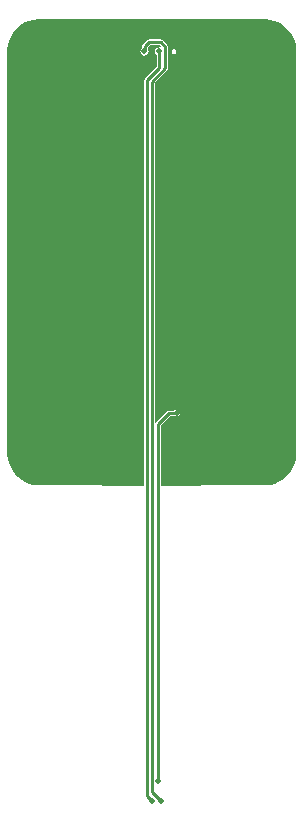
<source format=gbr>
%TF.GenerationSoftware,Altium Limited,Altium Designer,23.3.1 (30)*%
G04 Layer_Physical_Order=3*
G04 Layer_Color=16440176*
%FSLAX26Y26*%
%MOIN*%
%TF.SameCoordinates,8EB50123-24BD-4293-BAC2-458A60E0733E*%
%TF.FilePolarity,Positive*%
%TF.FileFunction,Copper,L3,Inr,Signal*%
%TF.Part,Single*%
G01*
G75*
%TA.AperFunction,Conductor*%
%ADD15C,0.009842*%
%TA.AperFunction,ViaPad*%
%ADD17C,0.196850*%
%ADD18C,0.019685*%
G36*
X77105Y1345669D02*
X76684Y1346043D01*
X76192Y1346378D01*
X75629Y1346673D01*
X74995Y1346929D01*
X74290Y1347146D01*
X73515Y1347323D01*
X72668Y1347461D01*
X71751Y1347559D01*
X69705Y1347638D01*
Y1357480D01*
X70763Y1357500D01*
X72668Y1357658D01*
X73515Y1357795D01*
X74290Y1357973D01*
X74995Y1358189D01*
X75629Y1358445D01*
X76192Y1358740D01*
X76684Y1359075D01*
X77105Y1359449D01*
Y1345669D01*
D02*
G37*
G36*
X395146Y2665281D02*
X408830Y2661614D01*
X421919Y2656193D01*
X434188Y2649109D01*
X445428Y2640485D01*
X455445Y2630467D01*
X464070Y2619227D01*
X471153Y2606959D01*
X476575Y2593869D01*
X480242Y2580185D01*
X482091Y2566139D01*
Y2559055D01*
Y1220472D01*
Y1213389D01*
X480242Y1199342D01*
X476575Y1185658D01*
X471154Y1172569D01*
X464070Y1160300D01*
X455445Y1149060D01*
X445428Y1139043D01*
X434188Y1130418D01*
X421919Y1123335D01*
X408830Y1117913D01*
X395146Y1114246D01*
X381099Y1112397D01*
X173228D01*
X173065Y1112364D01*
X172900Y1112392D01*
X165175Y1112139D01*
X164690Y1112026D01*
X164194Y1112058D01*
X148876Y1110042D01*
X148250Y1109829D01*
X147589Y1109786D01*
X145633Y1109261D01*
X29465D01*
Y1311692D01*
X61300Y1343527D01*
X69220D01*
X69541Y1343380D01*
X71441Y1343307D01*
X72099Y1343236D01*
X72697Y1343139D01*
X73189Y1343026D01*
X73568Y1342910D01*
X73837Y1342801D01*
X73997Y1342717D01*
X74060Y1342674D01*
X74275Y1342483D01*
X75707Y1341987D01*
X77105Y1341408D01*
X77230Y1341459D01*
X77357Y1341415D01*
X78720Y1342077D01*
X80118Y1342656D01*
X80170Y1342781D01*
X80292Y1342840D01*
X80530Y1343527D01*
X84134D01*
X87590Y1344215D01*
X90520Y1346173D01*
X92478Y1349103D01*
X93166Y1352559D01*
X92478Y1356015D01*
X90520Y1358946D01*
X87590Y1360903D01*
X84134Y1361591D01*
X80530D01*
X80292Y1362279D01*
X80170Y1362338D01*
X80118Y1362462D01*
X78721Y1363041D01*
X77357Y1363703D01*
X77230Y1363659D01*
X77105Y1363711D01*
X75707Y1363131D01*
X74275Y1362636D01*
X74060Y1362444D01*
X73996Y1362401D01*
X73837Y1362317D01*
X73568Y1362209D01*
X73189Y1362092D01*
X72697Y1361980D01*
X72150Y1361891D01*
X70549Y1361758D01*
X69625Y1361741D01*
X69281Y1361591D01*
X57560D01*
X57559Y1361591D01*
X54103Y1360903D01*
X51173Y1358946D01*
X14047Y1321819D01*
X14032Y1321797D01*
X9032Y1323314D01*
Y2453988D01*
X51386Y2496343D01*
X53344Y2499273D01*
X54032Y2502729D01*
X54032Y2502729D01*
Y2575000D01*
X53344Y2578456D01*
X51386Y2581386D01*
X36386Y2596386D01*
X33456Y2598344D01*
X30000Y2599032D01*
X-9999D01*
X-10000Y2599032D01*
X-13456Y2598344D01*
X-16386Y2596386D01*
X-29486Y2583287D01*
X-31444Y2580357D01*
X-32131Y2576900D01*
Y2570599D01*
X-34541Y2568990D01*
X-37586Y2564432D01*
X-38656Y2559055D01*
X-37586Y2553679D01*
X-34541Y2549121D01*
X-29983Y2546075D01*
X-24606Y2545006D01*
X-19230Y2546075D01*
X-14672Y2549121D01*
X-11626Y2553679D01*
X-10557Y2559055D01*
X-11626Y2564432D01*
X-14068Y2568086D01*
Y2573159D01*
X-6259Y2580968D01*
X26259D01*
X30122Y2577106D01*
X27659Y2572497D01*
X24606Y2573105D01*
X19230Y2572035D01*
X14672Y2568990D01*
X11626Y2564432D01*
X10557Y2559055D01*
X11626Y2553679D01*
X14672Y2549121D01*
X15575Y2548517D01*
Y2508347D01*
X-22134Y2470639D01*
X-24092Y2467708D01*
X-24780Y2464252D01*
Y1109261D01*
X-145633D01*
X-147589Y1109785D01*
X-148250Y1109829D01*
X-148876Y1110042D01*
X-164194Y1112058D01*
X-164690Y1112026D01*
X-165175Y1112139D01*
X-172900Y1112392D01*
X-173065Y1112364D01*
X-173228Y1112397D01*
X-381099D01*
X-395145Y1114246D01*
X-408830Y1117913D01*
X-421919Y1123334D01*
X-434188Y1130418D01*
X-445428Y1139043D01*
X-455446Y1149060D01*
X-464070Y1160300D01*
X-471154Y1172569D01*
X-476575Y1185658D01*
X-480242Y1199342D01*
X-482091Y1213389D01*
Y1220472D01*
Y2559055D01*
Y2566138D01*
X-480242Y2580185D01*
X-476575Y2593869D01*
X-471154Y2606958D01*
X-464070Y2619227D01*
X-455446Y2630467D01*
X-445428Y2640485D01*
X-434188Y2649110D01*
X-421919Y2656193D01*
X-408830Y2661615D01*
X-395145Y2665281D01*
X-381100Y2667131D01*
X381100D01*
X395146Y2665281D01*
D02*
G37*
%LPC*%
G36*
X73819Y2567083D02*
X70747Y2566472D01*
X68142Y2564732D01*
X66402Y2562127D01*
X65791Y2559055D01*
X66402Y2555983D01*
X68142Y2553378D01*
X70747Y2551638D01*
X73819Y2551027D01*
X76891Y2551638D01*
X79496Y2553378D01*
X81236Y2555983D01*
X81847Y2559055D01*
X81236Y2562127D01*
X79496Y2564732D01*
X76891Y2566472D01*
X73819Y2567083D01*
D02*
G37*
%LPD*%
D15*
X0Y90551D02*
X31496Y59055D01*
X-15748Y76934D02*
Y2464252D01*
Y76934D02*
X0Y61186D01*
Y59055D02*
Y61186D01*
X0Y2457729D02*
X45000Y2502729D01*
X0Y90551D02*
Y2457729D01*
X-15748Y2464252D02*
X24606Y2504606D01*
X57559Y1352559D02*
X84134D01*
X20433Y1315433D02*
X57559Y1352559D01*
X20433Y125984D02*
Y1315433D01*
X45000Y2502729D02*
Y2575000D01*
X30000Y2590000D02*
X45000Y2575000D01*
X24606Y2504606D02*
Y2559055D01*
X-24606D02*
X-23100Y2560562D01*
Y2576900D01*
X-10000Y2590000D01*
X30000D01*
D17*
X374016Y1220472D02*
D03*
X-374016D02*
D03*
X374016Y2559055D02*
D03*
X-374016D02*
D03*
D18*
X31496Y59055D02*
D03*
X0D02*
D03*
X20433Y125984D02*
D03*
X-112716Y1746260D02*
D03*
Y2139961D02*
D03*
X379410Y1943110D02*
D03*
X182559Y2336811D02*
D03*
X-309567Y1352559D02*
D03*
X-407992Y2336811D02*
D03*
X-211142D02*
D03*
X-407992Y1549410D02*
D03*
X-309567Y1746260D02*
D03*
Y2139961D02*
D03*
X-211142Y1549410D02*
D03*
X-407992Y1943110D02*
D03*
X-112716Y2533662D02*
D03*
X84134Y1746260D02*
D03*
X-211142Y1155709D02*
D03*
Y1943110D02*
D03*
X379410Y2336811D02*
D03*
X84134Y1352559D02*
D03*
X280984Y1746260D02*
D03*
X182559Y1155709D02*
D03*
Y1549410D02*
D03*
Y1943110D02*
D03*
X84134Y2139961D02*
D03*
X-112716Y1352559D02*
D03*
X280984D02*
D03*
Y2139961D02*
D03*
X379410Y1549410D02*
D03*
X24606Y2559055D02*
D03*
X-24606D02*
D03*
%TF.MD5,88e700078e989aa829fce2d51363a45d*%
M02*

</source>
